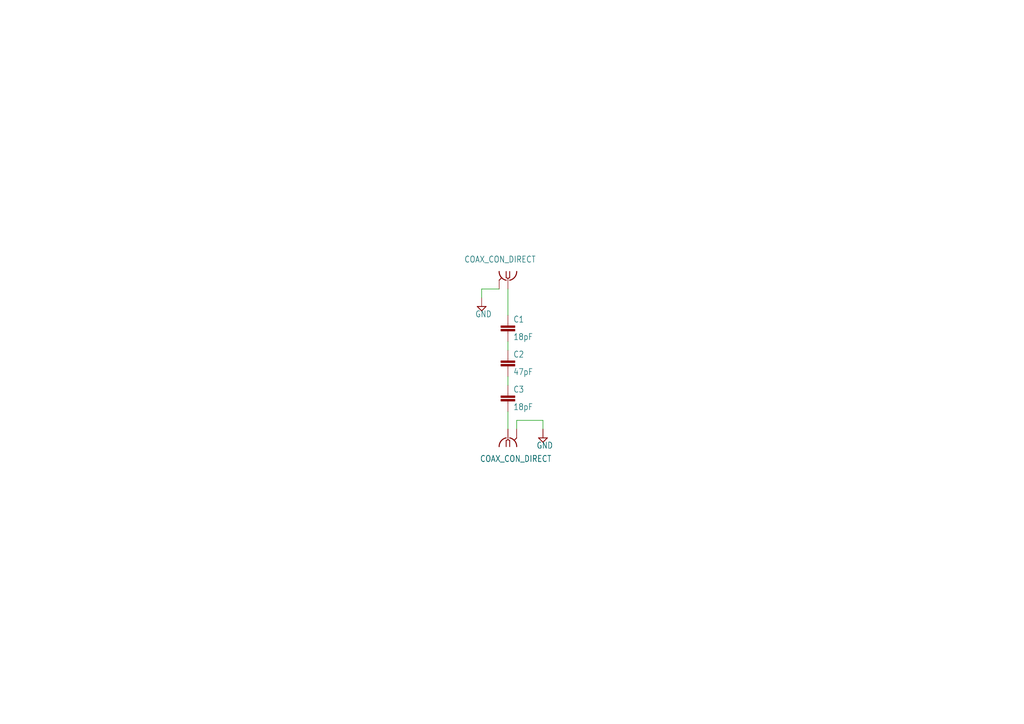
<source format=kicad_sch>
(kicad_sch (version 20231120) (generator "eeschema") (generator_version "8.0")
  (paper "A4")
  (lib_symbols
    (symbol "Decoupling_Board-eagle-import:C-EUC1210"
      (property "Reference" "C" (at 1.524 0.381 0))
      (symbol "C-EUC1210_1_0"
        (rectangle (start -2.032 -2.032) (end 2.032 -1.524) (fill (type outline)))
        (rectangle (start -2.032 -1.016) (end 2.032 -0.508) (fill (type outline)))
        (polyline (pts (xy 0 -2.54) (xy 0 -2.032)) (stroke (width 0.1524)))
        (polyline (pts (xy 0 0) (xy 0 -0.508)) (stroke (width 0.1524)))
        (pin passive line (at 0 2.54 270) (length 2.54) (name "1") (number "1"))
        (pin passive line (at 0 -5.08 90) (length 2.54) (name "2") (number "2"))
      )
    )
    (symbol "Decoupling_Board-eagle-import:COAX_CON_DIRECT"
      (symbol "COAX_CON_DIRECT_1_0"
        (arc (start -2.54 -2.54) (mid -0.9022 -1.9838) (end 0 -0.508) (stroke (width 0.3048)))
        (polyline (pts (xy -2.54 0.508) (xy -0.762 0.508)) (stroke (width 0.254)))
        (polyline (pts (xy -0.762 -0.508) (xy -2.54 -0.508)) (stroke (width 0.254)))
        (polyline (pts (xy -0.762 0.508) (xy -0.508 0)) (stroke (width 0.254)))
        (polyline (pts (xy -0.508 0) (xy -0.762 -0.508)) (stroke (width 0.254)))
        (polyline (pts (xy 0 -2.54) (xy -0.762 -1.778)) (stroke (width 0.254)))
        (polyline (pts (xy 0 0) (xy -0.508 0)) (stroke (width 0.1524)))
        (arc (start 0 0.508) (mid -0.9022 1.9838) (end -2.54 2.54) (stroke (width 0.3048)))
        (pin passive line (at 2.54 0 180) (length 2.54) (name "1") (number "P$1"))
        (pin passive line (at 2.54 -2.54 180) (length 2.54) (name "GND@1") (number "P$2"))
      )
    )
    (symbol "Decoupling_Board-eagle-import:GND" (power)
      (symbol "GND_1_0"
        (polyline (pts (xy -1.27 0) (xy 1.27 0)) (stroke (width 0.254)))
        (polyline (pts (xy 0 -1.27) (xy -1.27 0)) (stroke (width 0.254)))
        (polyline (pts (xy 1.27 0) (xy 0 -1.27)) (stroke (width 0.254)))
        (pin power_in line (at 0 2.54 270) (length 2.54) (name "GND") (number "1"))
      )
    )
  )
  (wire (pts (xy 157.48 124.46) (xy 157.48 121.92)) (stroke (width 0.1524)))
  (wire (pts (xy 157.48 121.92) (xy 149.86 121.92)) (stroke (width 0.1524)))
  (wire (pts (xy 147.32 119.38) (xy 147.32 124.46)) (stroke (width 0.1524)))
  (wire (pts (xy 149.86 121.92) (xy 149.86 124.46)) (stroke (width 0.1524)))
  (wire (pts (xy 147.32 99.06) (xy 147.32 101.6)) (stroke (width 0.1524)))
  (wire (pts (xy 147.32 109.22) (xy 147.32 111.76)) (stroke (width 0.1524)))
  (wire (pts (xy 139.7 83.82) (xy 139.7 86.36)) (stroke (width 0.1524)))
  (wire (pts (xy 144.78 83.82) (xy 139.7 83.82)) (stroke (width 0.1524)))
  (wire (pts (xy 147.32 83.82) (xy 147.32 91.44)) (stroke (width 0.1524)))
  (symbol (lib_id "Decoupling_Board-eagle-import:GND") (at 139.7 88.9 0) (unit 1)
    (property "Reference" "#SUPPLY1" (effects (hide yes)))
    (property "Value" "GND" (at 137.795 92.075 0) (effects (font (size 1.778 1.5113)) (justify left bottom)))
  )
  (symbol (lib_id "Decoupling_Board-eagle-import:GND") (at 157.48 127 0) (unit 1)
    (property "Reference" "#SUPPLY2" (effects (hide yes)))
    (property "Value" "GND" (at 155.575 130.175 0) (effects (font (size 1.778 1.5113)) (justify left bottom)))
  )
  (symbol (lib_id "Decoupling_Board-eagle-import:C-EUC1210") (at 147.32 93.98 0) (unit 1)
    (property "Reference" "C1" (at 148.844 93.599 0) (effects (font (size 1.778 1.5113)) (justify left bottom)))
    (property "Value" "18pF" (at 148.844 98.679 0) (effects (font (size 1.778 1.5113)) (justify left bottom)))
    (property "Footprint" "Decoupling_Board:C1210" (effects (hide yes)))
  )
  (symbol (lib_id "Decoupling_Board-eagle-import:C-EUC1210") (at 147.32 114.3 0) (unit 1)
    (property "Reference" "C3" (at 148.844 113.919 0) (effects (font (size 1.778 1.5113)) (justify left bottom)))
    (property "Value" "18pF" (at 148.844 118.999 0) (effects (font (size 1.778 1.5113)) (justify left bottom)))
    (property "Footprint" "Decoupling_Board:C1210" (effects (hide yes)))
  )
  (symbol (lib_id "Decoupling_Board-eagle-import:C-EUC1210") (at 147.32 104.14 0) (unit 1)
    (property "Reference" "C2" (at 148.844 103.759 0) (effects (font (size 1.778 1.5113)) (justify left bottom)))
    (property "Value" "47pF" (at 148.844 108.839 0) (effects (font (size 1.778 1.5113)) (justify left bottom)))
    (property "Footprint" "Decoupling_Board:C1210" (effects (hide yes)))
  )
  (symbol (lib_id "Decoupling_Board-eagle-import:COAX_CON_DIRECT") (at 147.32 81.28 270) (unit 1)
    (property "Reference" "U$1" (effects (hide yes)))
    (property "Value" "COAX_CON_DIRECT" (at 134.62 76.2 90) (effects (font (size 1.778 1.5113)) (justify left bottom)))
    (property "Footprint" "Decoupling_Board:COAX.141" (effects (hide yes)))
  )
  (symbol (lib_id "Decoupling_Board-eagle-import:COAX_CON_DIRECT") (at 147.32 127 90) (unit 1)
    (property "Reference" "U$2" (effects (hide yes)))
    (property "Value" "COAX_CON_DIRECT" (at 160.02 132.08 90) (effects (font (size 1.778 1.5113)) (justify left bottom)))
    (property "Footprint" "Decoupling_Board:COAX.141" (effects (hide yes)))
  )
)
</source>
